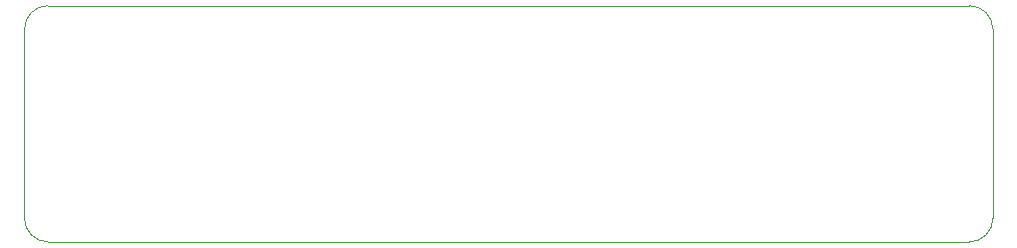
<source format=gm1>
G04 #@! TF.GenerationSoftware,KiCad,Pcbnew,(5.1.10)-1*
G04 #@! TF.CreationDate,2022-03-27T16:46:42+02:00*
G04 #@! TF.ProjectId,LaserAutoSkipper_RX_schematic,4c617365-7241-4757-946f-536b69707065,1*
G04 #@! TF.SameCoordinates,Original*
G04 #@! TF.FileFunction,Profile,NP*
%FSLAX46Y46*%
G04 Gerber Fmt 4.6, Leading zero omitted, Abs format (unit mm)*
G04 Created by KiCad (PCBNEW (5.1.10)-1) date 2022-03-27 16:46:42*
%MOMM*%
%LPD*%
G01*
G04 APERTURE LIST*
G04 #@! TA.AperFunction,Profile*
%ADD10C,0.038100*%
G04 #@! TD*
G04 APERTURE END LIST*
D10*
X134000000Y-58000000D02*
X56000000Y-58000000D01*
X136000000Y-76000000D02*
X136000000Y-60000000D01*
X56000000Y-78000000D02*
X134000000Y-78000000D01*
X54000000Y-60000000D02*
X54000000Y-76000000D01*
X134000000Y-58000000D02*
G75*
G02*
X136000000Y-60000000I0J-2000000D01*
G01*
X136000000Y-76000000D02*
G75*
G02*
X134000000Y-78000000I-2000000J0D01*
G01*
X56000000Y-78000000D02*
G75*
G02*
X54000000Y-76000000I0J2000000D01*
G01*
X54000000Y-60000000D02*
G75*
G02*
X56000000Y-58000000I2000000J0D01*
G01*
M02*

</source>
